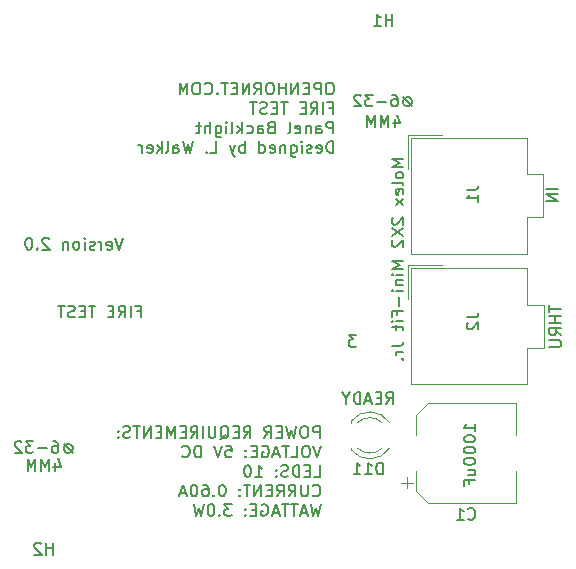
<source format=gbr>
%TF.GenerationSoftware,KiCad,Pcbnew,(5.1.6)-1*%
%TF.CreationDate,2020-12-18T20:01:58+11:00*%
%TF.ProjectId,FIRE TEST Panel PCB V2,46495245-2054-4455-9354-2050616e656c,rev?*%
%TF.SameCoordinates,Original*%
%TF.FileFunction,Legend,Bot*%
%TF.FilePolarity,Positive*%
%FSLAX46Y46*%
G04 Gerber Fmt 4.6, Leading zero omitted, Abs format (unit mm)*
G04 Created by KiCad (PCBNEW (5.1.6)-1) date 2020-12-18 20:01:58*
%MOMM*%
%LPD*%
G01*
G04 APERTURE LIST*
%ADD10C,0.150000*%
%ADD11C,0.120000*%
G04 APERTURE END LIST*
D10*
X155463500Y-111460850D02*
X155463500Y-110889421D01*
X155463500Y-111175136D02*
X154463500Y-111175136D01*
X154606358Y-111079898D01*
X154701596Y-110984660D01*
X154749215Y-110889421D01*
X154463500Y-112079898D02*
X154463500Y-112175136D01*
X154511120Y-112270374D01*
X154558739Y-112317993D01*
X154653977Y-112365612D01*
X154844453Y-112413231D01*
X155082548Y-112413231D01*
X155273024Y-112365612D01*
X155368262Y-112317993D01*
X155415881Y-112270374D01*
X155463500Y-112175136D01*
X155463500Y-112079898D01*
X155415881Y-111984660D01*
X155368262Y-111937040D01*
X155273024Y-111889421D01*
X155082548Y-111841802D01*
X154844453Y-111841802D01*
X154653977Y-111889421D01*
X154558739Y-111937040D01*
X154511120Y-111984660D01*
X154463500Y-112079898D01*
X154463500Y-113032279D02*
X154463500Y-113127517D01*
X154511120Y-113222755D01*
X154558739Y-113270374D01*
X154653977Y-113317993D01*
X154844453Y-113365612D01*
X155082548Y-113365612D01*
X155273024Y-113317993D01*
X155368262Y-113270374D01*
X155415881Y-113222755D01*
X155463500Y-113127517D01*
X155463500Y-113032279D01*
X155415881Y-112937040D01*
X155368262Y-112889421D01*
X155273024Y-112841802D01*
X155082548Y-112794183D01*
X154844453Y-112794183D01*
X154653977Y-112841802D01*
X154558739Y-112889421D01*
X154511120Y-112937040D01*
X154463500Y-113032279D01*
X154463500Y-113984660D02*
X154463500Y-114079898D01*
X154511120Y-114175136D01*
X154558739Y-114222755D01*
X154653977Y-114270374D01*
X154844453Y-114317993D01*
X155082548Y-114317993D01*
X155273024Y-114270374D01*
X155368262Y-114222755D01*
X155415881Y-114175136D01*
X155463500Y-114079898D01*
X155463500Y-113984660D01*
X155415881Y-113889421D01*
X155368262Y-113841802D01*
X155273024Y-113794183D01*
X155082548Y-113746564D01*
X154844453Y-113746564D01*
X154653977Y-113794183D01*
X154558739Y-113841802D01*
X154511120Y-113889421D01*
X154463500Y-113984660D01*
X154796834Y-115175136D02*
X155463500Y-115175136D01*
X154796834Y-114746564D02*
X155320643Y-114746564D01*
X155415881Y-114794183D01*
X155463500Y-114889421D01*
X155463500Y-115032279D01*
X155415881Y-115127517D01*
X155368262Y-115175136D01*
X154939691Y-115984660D02*
X154939691Y-115651326D01*
X155463500Y-115651326D02*
X154463500Y-115651326D01*
X154463500Y-116127517D01*
X142260004Y-112061980D02*
X142260004Y-111061980D01*
X141879052Y-111061980D01*
X141783814Y-111109600D01*
X141736195Y-111157219D01*
X141688576Y-111252457D01*
X141688576Y-111395314D01*
X141736195Y-111490552D01*
X141783814Y-111538171D01*
X141879052Y-111585790D01*
X142260004Y-111585790D01*
X141069528Y-111061980D02*
X140879052Y-111061980D01*
X140783814Y-111109600D01*
X140688576Y-111204838D01*
X140640957Y-111395314D01*
X140640957Y-111728647D01*
X140688576Y-111919123D01*
X140783814Y-112014361D01*
X140879052Y-112061980D01*
X141069528Y-112061980D01*
X141164766Y-112014361D01*
X141260004Y-111919123D01*
X141307623Y-111728647D01*
X141307623Y-111395314D01*
X141260004Y-111204838D01*
X141164766Y-111109600D01*
X141069528Y-111061980D01*
X140307623Y-111061980D02*
X140069528Y-112061980D01*
X139879052Y-111347695D01*
X139688576Y-112061980D01*
X139450480Y-111061980D01*
X139069528Y-111538171D02*
X138736195Y-111538171D01*
X138593338Y-112061980D02*
X139069528Y-112061980D01*
X139069528Y-111061980D01*
X138593338Y-111061980D01*
X137593338Y-112061980D02*
X137926671Y-111585790D01*
X138164766Y-112061980D02*
X138164766Y-111061980D01*
X137783814Y-111061980D01*
X137688576Y-111109600D01*
X137640957Y-111157219D01*
X137593338Y-111252457D01*
X137593338Y-111395314D01*
X137640957Y-111490552D01*
X137688576Y-111538171D01*
X137783814Y-111585790D01*
X138164766Y-111585790D01*
X135831433Y-112061980D02*
X136164766Y-111585790D01*
X136402861Y-112061980D02*
X136402861Y-111061980D01*
X136021909Y-111061980D01*
X135926671Y-111109600D01*
X135879052Y-111157219D01*
X135831433Y-111252457D01*
X135831433Y-111395314D01*
X135879052Y-111490552D01*
X135926671Y-111538171D01*
X136021909Y-111585790D01*
X136402861Y-111585790D01*
X135402861Y-111538171D02*
X135069528Y-111538171D01*
X134926671Y-112061980D02*
X135402861Y-112061980D01*
X135402861Y-111061980D01*
X134926671Y-111061980D01*
X133831433Y-112157219D02*
X133926671Y-112109600D01*
X134021909Y-112014361D01*
X134164766Y-111871504D01*
X134260004Y-111823885D01*
X134355242Y-111823885D01*
X134307623Y-112061980D02*
X134402861Y-112014361D01*
X134498100Y-111919123D01*
X134545719Y-111728647D01*
X134545719Y-111395314D01*
X134498100Y-111204838D01*
X134402861Y-111109600D01*
X134307623Y-111061980D01*
X134117147Y-111061980D01*
X134021909Y-111109600D01*
X133926671Y-111204838D01*
X133879052Y-111395314D01*
X133879052Y-111728647D01*
X133926671Y-111919123D01*
X134021909Y-112014361D01*
X134117147Y-112061980D01*
X134307623Y-112061980D01*
X133450480Y-111061980D02*
X133450480Y-111871504D01*
X133402861Y-111966742D01*
X133355242Y-112014361D01*
X133260004Y-112061980D01*
X133069528Y-112061980D01*
X132974290Y-112014361D01*
X132926671Y-111966742D01*
X132879052Y-111871504D01*
X132879052Y-111061980D01*
X132402861Y-112061980D02*
X132402861Y-111061980D01*
X131355242Y-112061980D02*
X131688576Y-111585790D01*
X131926671Y-112061980D02*
X131926671Y-111061980D01*
X131545719Y-111061980D01*
X131450480Y-111109600D01*
X131402861Y-111157219D01*
X131355242Y-111252457D01*
X131355242Y-111395314D01*
X131402861Y-111490552D01*
X131450480Y-111538171D01*
X131545719Y-111585790D01*
X131926671Y-111585790D01*
X130926671Y-111538171D02*
X130593338Y-111538171D01*
X130450480Y-112061980D02*
X130926671Y-112061980D01*
X130926671Y-111061980D01*
X130450480Y-111061980D01*
X130021909Y-112061980D02*
X130021909Y-111061980D01*
X129688576Y-111776266D01*
X129355242Y-111061980D01*
X129355242Y-112061980D01*
X128879052Y-111538171D02*
X128545719Y-111538171D01*
X128402861Y-112061980D02*
X128879052Y-112061980D01*
X128879052Y-111061980D01*
X128402861Y-111061980D01*
X127974290Y-112061980D02*
X127974290Y-111061980D01*
X127402861Y-112061980D01*
X127402861Y-111061980D01*
X127069528Y-111061980D02*
X126498100Y-111061980D01*
X126783814Y-112061980D02*
X126783814Y-111061980D01*
X126212385Y-112014361D02*
X126069528Y-112061980D01*
X125831433Y-112061980D01*
X125736195Y-112014361D01*
X125688576Y-111966742D01*
X125640957Y-111871504D01*
X125640957Y-111776266D01*
X125688576Y-111681028D01*
X125736195Y-111633409D01*
X125831433Y-111585790D01*
X126021909Y-111538171D01*
X126117147Y-111490552D01*
X126164766Y-111442933D01*
X126212385Y-111347695D01*
X126212385Y-111252457D01*
X126164766Y-111157219D01*
X126117147Y-111109600D01*
X126021909Y-111061980D01*
X125783814Y-111061980D01*
X125640957Y-111109600D01*
X125212385Y-111966742D02*
X125164766Y-112014361D01*
X125212385Y-112061980D01*
X125260004Y-112014361D01*
X125212385Y-111966742D01*
X125212385Y-112061980D01*
X125212385Y-111442933D02*
X125164766Y-111490552D01*
X125212385Y-111538171D01*
X125260004Y-111490552D01*
X125212385Y-111442933D01*
X125212385Y-111538171D01*
X142402861Y-112711980D02*
X142069528Y-113711980D01*
X141736195Y-112711980D01*
X141212385Y-112711980D02*
X141021909Y-112711980D01*
X140926671Y-112759600D01*
X140831433Y-112854838D01*
X140783814Y-113045314D01*
X140783814Y-113378647D01*
X140831433Y-113569123D01*
X140926671Y-113664361D01*
X141021909Y-113711980D01*
X141212385Y-113711980D01*
X141307623Y-113664361D01*
X141402861Y-113569123D01*
X141450480Y-113378647D01*
X141450480Y-113045314D01*
X141402861Y-112854838D01*
X141307623Y-112759600D01*
X141212385Y-112711980D01*
X139879052Y-113711980D02*
X140355242Y-113711980D01*
X140355242Y-112711980D01*
X139688576Y-112711980D02*
X139117147Y-112711980D01*
X139402861Y-113711980D02*
X139402861Y-112711980D01*
X138831433Y-113426266D02*
X138355242Y-113426266D01*
X138926671Y-113711980D02*
X138593338Y-112711980D01*
X138260004Y-113711980D01*
X137402861Y-112759600D02*
X137498100Y-112711980D01*
X137640957Y-112711980D01*
X137783814Y-112759600D01*
X137879052Y-112854838D01*
X137926671Y-112950076D01*
X137974290Y-113140552D01*
X137974290Y-113283409D01*
X137926671Y-113473885D01*
X137879052Y-113569123D01*
X137783814Y-113664361D01*
X137640957Y-113711980D01*
X137545719Y-113711980D01*
X137402861Y-113664361D01*
X137355242Y-113616742D01*
X137355242Y-113283409D01*
X137545719Y-113283409D01*
X136926671Y-113188171D02*
X136593338Y-113188171D01*
X136450480Y-113711980D02*
X136926671Y-113711980D01*
X136926671Y-112711980D01*
X136450480Y-112711980D01*
X136021909Y-113616742D02*
X135974290Y-113664361D01*
X136021909Y-113711980D01*
X136069528Y-113664361D01*
X136021909Y-113616742D01*
X136021909Y-113711980D01*
X136021909Y-113092933D02*
X135974290Y-113140552D01*
X136021909Y-113188171D01*
X136069528Y-113140552D01*
X136021909Y-113092933D01*
X136021909Y-113188171D01*
X134307623Y-112711980D02*
X134783814Y-112711980D01*
X134831433Y-113188171D01*
X134783814Y-113140552D01*
X134688576Y-113092933D01*
X134450480Y-113092933D01*
X134355242Y-113140552D01*
X134307623Y-113188171D01*
X134260004Y-113283409D01*
X134260004Y-113521504D01*
X134307623Y-113616742D01*
X134355242Y-113664361D01*
X134450480Y-113711980D01*
X134688576Y-113711980D01*
X134783814Y-113664361D01*
X134831433Y-113616742D01*
X133974290Y-112711980D02*
X133640957Y-113711980D01*
X133307623Y-112711980D01*
X132212385Y-113711980D02*
X132212385Y-112711980D01*
X131974290Y-112711980D01*
X131831433Y-112759600D01*
X131736195Y-112854838D01*
X131688576Y-112950076D01*
X131640957Y-113140552D01*
X131640957Y-113283409D01*
X131688576Y-113473885D01*
X131736195Y-113569123D01*
X131831433Y-113664361D01*
X131974290Y-113711980D01*
X132212385Y-113711980D01*
X130640957Y-113616742D02*
X130688576Y-113664361D01*
X130831433Y-113711980D01*
X130926671Y-113711980D01*
X131069528Y-113664361D01*
X131164766Y-113569123D01*
X131212385Y-113473885D01*
X131260004Y-113283409D01*
X131260004Y-113140552D01*
X131212385Y-112950076D01*
X131164766Y-112854838D01*
X131069528Y-112759600D01*
X130926671Y-112711980D01*
X130831433Y-112711980D01*
X130688576Y-112759600D01*
X130640957Y-112807219D01*
X141783814Y-115361980D02*
X142260004Y-115361980D01*
X142260004Y-114361980D01*
X141450480Y-114838171D02*
X141117147Y-114838171D01*
X140974290Y-115361980D02*
X141450480Y-115361980D01*
X141450480Y-114361980D01*
X140974290Y-114361980D01*
X140545719Y-115361980D02*
X140545719Y-114361980D01*
X140307623Y-114361980D01*
X140164766Y-114409600D01*
X140069528Y-114504838D01*
X140021909Y-114600076D01*
X139974290Y-114790552D01*
X139974290Y-114933409D01*
X140021909Y-115123885D01*
X140069528Y-115219123D01*
X140164766Y-115314361D01*
X140307623Y-115361980D01*
X140545719Y-115361980D01*
X139593338Y-115314361D02*
X139450480Y-115361980D01*
X139212385Y-115361980D01*
X139117147Y-115314361D01*
X139069528Y-115266742D01*
X139021909Y-115171504D01*
X139021909Y-115076266D01*
X139069528Y-114981028D01*
X139117147Y-114933409D01*
X139212385Y-114885790D01*
X139402861Y-114838171D01*
X139498100Y-114790552D01*
X139545719Y-114742933D01*
X139593338Y-114647695D01*
X139593338Y-114552457D01*
X139545719Y-114457219D01*
X139498100Y-114409600D01*
X139402861Y-114361980D01*
X139164766Y-114361980D01*
X139021909Y-114409600D01*
X138593338Y-115266742D02*
X138545719Y-115314361D01*
X138593338Y-115361980D01*
X138640957Y-115314361D01*
X138593338Y-115266742D01*
X138593338Y-115361980D01*
X138593338Y-114742933D02*
X138545719Y-114790552D01*
X138593338Y-114838171D01*
X138640957Y-114790552D01*
X138593338Y-114742933D01*
X138593338Y-114838171D01*
X136831433Y-115361980D02*
X137402861Y-115361980D01*
X137117147Y-115361980D02*
X137117147Y-114361980D01*
X137212385Y-114504838D01*
X137307623Y-114600076D01*
X137402861Y-114647695D01*
X136212385Y-114361980D02*
X136117147Y-114361980D01*
X136021909Y-114409600D01*
X135974290Y-114457219D01*
X135926671Y-114552457D01*
X135879052Y-114742933D01*
X135879052Y-114981028D01*
X135926671Y-115171504D01*
X135974290Y-115266742D01*
X136021909Y-115314361D01*
X136117147Y-115361980D01*
X136212385Y-115361980D01*
X136307623Y-115314361D01*
X136355242Y-115266742D01*
X136402861Y-115171504D01*
X136450480Y-114981028D01*
X136450480Y-114742933D01*
X136402861Y-114552457D01*
X136355242Y-114457219D01*
X136307623Y-114409600D01*
X136212385Y-114361980D01*
X141688576Y-116916742D02*
X141736195Y-116964361D01*
X141879052Y-117011980D01*
X141974290Y-117011980D01*
X142117147Y-116964361D01*
X142212385Y-116869123D01*
X142260004Y-116773885D01*
X142307623Y-116583409D01*
X142307623Y-116440552D01*
X142260004Y-116250076D01*
X142212385Y-116154838D01*
X142117147Y-116059600D01*
X141974290Y-116011980D01*
X141879052Y-116011980D01*
X141736195Y-116059600D01*
X141688576Y-116107219D01*
X141260004Y-116011980D02*
X141260004Y-116821504D01*
X141212385Y-116916742D01*
X141164766Y-116964361D01*
X141069528Y-117011980D01*
X140879052Y-117011980D01*
X140783814Y-116964361D01*
X140736195Y-116916742D01*
X140688576Y-116821504D01*
X140688576Y-116011980D01*
X139640957Y-117011980D02*
X139974290Y-116535790D01*
X140212385Y-117011980D02*
X140212385Y-116011980D01*
X139831433Y-116011980D01*
X139736195Y-116059600D01*
X139688576Y-116107219D01*
X139640957Y-116202457D01*
X139640957Y-116345314D01*
X139688576Y-116440552D01*
X139736195Y-116488171D01*
X139831433Y-116535790D01*
X140212385Y-116535790D01*
X138640957Y-117011980D02*
X138974290Y-116535790D01*
X139212385Y-117011980D02*
X139212385Y-116011980D01*
X138831433Y-116011980D01*
X138736195Y-116059600D01*
X138688576Y-116107219D01*
X138640957Y-116202457D01*
X138640957Y-116345314D01*
X138688576Y-116440552D01*
X138736195Y-116488171D01*
X138831433Y-116535790D01*
X139212385Y-116535790D01*
X138212385Y-116488171D02*
X137879052Y-116488171D01*
X137736195Y-117011980D02*
X138212385Y-117011980D01*
X138212385Y-116011980D01*
X137736195Y-116011980D01*
X137307623Y-117011980D02*
X137307623Y-116011980D01*
X136736195Y-117011980D01*
X136736195Y-116011980D01*
X136402861Y-116011980D02*
X135831433Y-116011980D01*
X136117147Y-117011980D02*
X136117147Y-116011980D01*
X135498100Y-116916742D02*
X135450480Y-116964361D01*
X135498100Y-117011980D01*
X135545719Y-116964361D01*
X135498100Y-116916742D01*
X135498100Y-117011980D01*
X135498100Y-116392933D02*
X135450480Y-116440552D01*
X135498100Y-116488171D01*
X135545719Y-116440552D01*
X135498100Y-116392933D01*
X135498100Y-116488171D01*
X134069528Y-116011980D02*
X133974290Y-116011980D01*
X133879052Y-116059600D01*
X133831433Y-116107219D01*
X133783814Y-116202457D01*
X133736195Y-116392933D01*
X133736195Y-116631028D01*
X133783814Y-116821504D01*
X133831433Y-116916742D01*
X133879052Y-116964361D01*
X133974290Y-117011980D01*
X134069528Y-117011980D01*
X134164766Y-116964361D01*
X134212385Y-116916742D01*
X134260004Y-116821504D01*
X134307623Y-116631028D01*
X134307623Y-116392933D01*
X134260004Y-116202457D01*
X134212385Y-116107219D01*
X134164766Y-116059600D01*
X134069528Y-116011980D01*
X133307623Y-116916742D02*
X133260004Y-116964361D01*
X133307623Y-117011980D01*
X133355242Y-116964361D01*
X133307623Y-116916742D01*
X133307623Y-117011980D01*
X132402861Y-116011980D02*
X132593338Y-116011980D01*
X132688576Y-116059600D01*
X132736195Y-116107219D01*
X132831433Y-116250076D01*
X132879052Y-116440552D01*
X132879052Y-116821504D01*
X132831433Y-116916742D01*
X132783814Y-116964361D01*
X132688576Y-117011980D01*
X132498100Y-117011980D01*
X132402861Y-116964361D01*
X132355242Y-116916742D01*
X132307623Y-116821504D01*
X132307623Y-116583409D01*
X132355242Y-116488171D01*
X132402861Y-116440552D01*
X132498100Y-116392933D01*
X132688576Y-116392933D01*
X132783814Y-116440552D01*
X132831433Y-116488171D01*
X132879052Y-116583409D01*
X131688576Y-116011980D02*
X131593338Y-116011980D01*
X131498100Y-116059600D01*
X131450480Y-116107219D01*
X131402861Y-116202457D01*
X131355242Y-116392933D01*
X131355242Y-116631028D01*
X131402861Y-116821504D01*
X131450480Y-116916742D01*
X131498100Y-116964361D01*
X131593338Y-117011980D01*
X131688576Y-117011980D01*
X131783814Y-116964361D01*
X131831433Y-116916742D01*
X131879052Y-116821504D01*
X131926671Y-116631028D01*
X131926671Y-116392933D01*
X131879052Y-116202457D01*
X131831433Y-116107219D01*
X131783814Y-116059600D01*
X131688576Y-116011980D01*
X130974290Y-116726266D02*
X130498100Y-116726266D01*
X131069528Y-117011980D02*
X130736195Y-116011980D01*
X130402861Y-117011980D01*
X142355242Y-117661980D02*
X142117147Y-118661980D01*
X141926671Y-117947695D01*
X141736195Y-118661980D01*
X141498100Y-117661980D01*
X141164766Y-118376266D02*
X140688576Y-118376266D01*
X141260004Y-118661980D02*
X140926671Y-117661980D01*
X140593338Y-118661980D01*
X140402861Y-117661980D02*
X139831433Y-117661980D01*
X140117147Y-118661980D02*
X140117147Y-117661980D01*
X139640957Y-117661980D02*
X139069528Y-117661980D01*
X139355242Y-118661980D02*
X139355242Y-117661980D01*
X138783814Y-118376266D02*
X138307623Y-118376266D01*
X138879052Y-118661980D02*
X138545719Y-117661980D01*
X138212385Y-118661980D01*
X137355242Y-117709600D02*
X137450480Y-117661980D01*
X137593338Y-117661980D01*
X137736195Y-117709600D01*
X137831433Y-117804838D01*
X137879052Y-117900076D01*
X137926671Y-118090552D01*
X137926671Y-118233409D01*
X137879052Y-118423885D01*
X137831433Y-118519123D01*
X137736195Y-118614361D01*
X137593338Y-118661980D01*
X137498100Y-118661980D01*
X137355242Y-118614361D01*
X137307623Y-118566742D01*
X137307623Y-118233409D01*
X137498100Y-118233409D01*
X136879052Y-118138171D02*
X136545719Y-118138171D01*
X136402861Y-118661980D02*
X136879052Y-118661980D01*
X136879052Y-117661980D01*
X136402861Y-117661980D01*
X135974290Y-118566742D02*
X135926671Y-118614361D01*
X135974290Y-118661980D01*
X136021909Y-118614361D01*
X135974290Y-118566742D01*
X135974290Y-118661980D01*
X135974290Y-118042933D02*
X135926671Y-118090552D01*
X135974290Y-118138171D01*
X136021909Y-118090552D01*
X135974290Y-118042933D01*
X135974290Y-118138171D01*
X134831433Y-117661980D02*
X134212385Y-117661980D01*
X134545719Y-118042933D01*
X134402861Y-118042933D01*
X134307623Y-118090552D01*
X134260004Y-118138171D01*
X134212385Y-118233409D01*
X134212385Y-118471504D01*
X134260004Y-118566742D01*
X134307623Y-118614361D01*
X134402861Y-118661980D01*
X134688576Y-118661980D01*
X134783814Y-118614361D01*
X134831433Y-118566742D01*
X133783814Y-118566742D02*
X133736195Y-118614361D01*
X133783814Y-118661980D01*
X133831433Y-118614361D01*
X133783814Y-118566742D01*
X133783814Y-118661980D01*
X133117147Y-117661980D02*
X133021909Y-117661980D01*
X132926671Y-117709600D01*
X132879052Y-117757219D01*
X132831433Y-117852457D01*
X132783814Y-118042933D01*
X132783814Y-118281028D01*
X132831433Y-118471504D01*
X132879052Y-118566742D01*
X132926671Y-118614361D01*
X133021909Y-118661980D01*
X133117147Y-118661980D01*
X133212385Y-118614361D01*
X133260004Y-118566742D01*
X133307623Y-118471504D01*
X133355242Y-118281028D01*
X133355242Y-118042933D01*
X133307623Y-117852457D01*
X133260004Y-117757219D01*
X133212385Y-117709600D01*
X133117147Y-117661980D01*
X132450480Y-117661980D02*
X132212385Y-118661980D01*
X132021909Y-117947695D01*
X131831433Y-118661980D01*
X131593338Y-117661980D01*
X147910680Y-109189780D02*
X148244013Y-108713590D01*
X148482108Y-109189780D02*
X148482108Y-108189780D01*
X148101156Y-108189780D01*
X148005918Y-108237400D01*
X147958299Y-108285019D01*
X147910680Y-108380257D01*
X147910680Y-108523114D01*
X147958299Y-108618352D01*
X148005918Y-108665971D01*
X148101156Y-108713590D01*
X148482108Y-108713590D01*
X147482108Y-108665971D02*
X147148775Y-108665971D01*
X147005918Y-109189780D02*
X147482108Y-109189780D01*
X147482108Y-108189780D01*
X147005918Y-108189780D01*
X146624965Y-108904066D02*
X146148775Y-108904066D01*
X146720203Y-109189780D02*
X146386870Y-108189780D01*
X146053537Y-109189780D01*
X145720203Y-109189780D02*
X145720203Y-108189780D01*
X145482108Y-108189780D01*
X145339251Y-108237400D01*
X145244013Y-108332638D01*
X145196394Y-108427876D01*
X145148775Y-108618352D01*
X145148775Y-108761209D01*
X145196394Y-108951685D01*
X145244013Y-109046923D01*
X145339251Y-109142161D01*
X145482108Y-109189780D01*
X145720203Y-109189780D01*
X144529727Y-108713590D02*
X144529727Y-109189780D01*
X144863060Y-108189780D02*
X144529727Y-108713590D01*
X144196394Y-108189780D01*
X145367333Y-103338380D02*
X144748285Y-103338380D01*
X145081619Y-103719333D01*
X144938761Y-103719333D01*
X144843523Y-103766952D01*
X144795904Y-103814571D01*
X144748285Y-103909809D01*
X144748285Y-104147904D01*
X144795904Y-104243142D01*
X144843523Y-104290761D01*
X144938761Y-104338380D01*
X145224476Y-104338380D01*
X145319714Y-104290761D01*
X145367333Y-104243142D01*
X161732980Y-100836006D02*
X161732980Y-101407435D01*
X162732980Y-101121720D02*
X161732980Y-101121720D01*
X162732980Y-101740768D02*
X161732980Y-101740768D01*
X162209171Y-101740768D02*
X162209171Y-102312197D01*
X162732980Y-102312197D02*
X161732980Y-102312197D01*
X162732980Y-103359816D02*
X162256790Y-103026482D01*
X162732980Y-102788387D02*
X161732980Y-102788387D01*
X161732980Y-103169340D01*
X161780600Y-103264578D01*
X161828219Y-103312197D01*
X161923457Y-103359816D01*
X162066314Y-103359816D01*
X162161552Y-103312197D01*
X162209171Y-103264578D01*
X162256790Y-103169340D01*
X162256790Y-102788387D01*
X161732980Y-103788387D02*
X162542504Y-103788387D01*
X162637742Y-103836006D01*
X162685361Y-103883625D01*
X162732980Y-103978863D01*
X162732980Y-104169340D01*
X162685361Y-104264578D01*
X162637742Y-104312197D01*
X162542504Y-104359816D01*
X161732980Y-104359816D01*
X162456120Y-90956830D02*
X161456120Y-90956830D01*
X162456120Y-91433020D02*
X161456120Y-91433020D01*
X162456120Y-92004449D01*
X161456120Y-92004449D01*
X149362420Y-88463859D02*
X148362420Y-88463859D01*
X149076706Y-88797192D01*
X148362420Y-89130525D01*
X149362420Y-89130525D01*
X149362420Y-89749573D02*
X149314801Y-89654335D01*
X149267182Y-89606716D01*
X149171944Y-89559097D01*
X148886230Y-89559097D01*
X148790992Y-89606716D01*
X148743373Y-89654335D01*
X148695754Y-89749573D01*
X148695754Y-89892430D01*
X148743373Y-89987668D01*
X148790992Y-90035287D01*
X148886230Y-90082906D01*
X149171944Y-90082906D01*
X149267182Y-90035287D01*
X149314801Y-89987668D01*
X149362420Y-89892430D01*
X149362420Y-89749573D01*
X149362420Y-90654335D02*
X149314801Y-90559097D01*
X149219563Y-90511478D01*
X148362420Y-90511478D01*
X149314801Y-91416240D02*
X149362420Y-91321001D01*
X149362420Y-91130525D01*
X149314801Y-91035287D01*
X149219563Y-90987668D01*
X148838611Y-90987668D01*
X148743373Y-91035287D01*
X148695754Y-91130525D01*
X148695754Y-91321001D01*
X148743373Y-91416240D01*
X148838611Y-91463859D01*
X148933849Y-91463859D01*
X149029087Y-90987668D01*
X149362420Y-91797192D02*
X148695754Y-92321001D01*
X148695754Y-91797192D02*
X149362420Y-92321001D01*
X148457659Y-93416239D02*
X148410040Y-93463859D01*
X148362420Y-93559097D01*
X148362420Y-93797192D01*
X148410040Y-93892430D01*
X148457659Y-93940049D01*
X148552897Y-93987668D01*
X148648135Y-93987668D01*
X148790992Y-93940049D01*
X149362420Y-93368620D01*
X149362420Y-93987668D01*
X148362420Y-94321001D02*
X149362420Y-94987668D01*
X148362420Y-94987668D02*
X149362420Y-94321001D01*
X148457659Y-95321001D02*
X148410040Y-95368620D01*
X148362420Y-95463859D01*
X148362420Y-95701954D01*
X148410040Y-95797192D01*
X148457659Y-95844811D01*
X148552897Y-95892430D01*
X148648135Y-95892430D01*
X148790992Y-95844811D01*
X149362420Y-95273382D01*
X149362420Y-95892430D01*
X149362420Y-97082906D02*
X148362420Y-97082906D01*
X149076706Y-97416239D01*
X148362420Y-97749573D01*
X149362420Y-97749573D01*
X149362420Y-98225763D02*
X148695754Y-98225763D01*
X148362420Y-98225763D02*
X148410040Y-98178144D01*
X148457659Y-98225763D01*
X148410040Y-98273382D01*
X148362420Y-98225763D01*
X148457659Y-98225763D01*
X148695754Y-98701954D02*
X149362420Y-98701954D01*
X148790992Y-98701954D02*
X148743373Y-98749573D01*
X148695754Y-98844811D01*
X148695754Y-98987668D01*
X148743373Y-99082906D01*
X148838611Y-99130525D01*
X149362420Y-99130525D01*
X149362420Y-99606716D02*
X148695754Y-99606716D01*
X148362420Y-99606716D02*
X148410040Y-99559097D01*
X148457659Y-99606716D01*
X148410040Y-99654335D01*
X148362420Y-99606716D01*
X148457659Y-99606716D01*
X148981468Y-100082906D02*
X148981468Y-100844811D01*
X148838611Y-101654335D02*
X148838611Y-101321001D01*
X149362420Y-101321001D02*
X148362420Y-101321001D01*
X148362420Y-101797192D01*
X149362420Y-102178144D02*
X148695754Y-102178144D01*
X148362420Y-102178144D02*
X148410040Y-102130525D01*
X148457659Y-102178144D01*
X148410040Y-102225763D01*
X148362420Y-102178144D01*
X148457659Y-102178144D01*
X148695754Y-102511478D02*
X148695754Y-102892430D01*
X148362420Y-102654335D02*
X149219563Y-102654335D01*
X149314801Y-102701954D01*
X149362420Y-102797192D01*
X149362420Y-102892430D01*
X148362420Y-104273382D02*
X149076706Y-104273382D01*
X149219563Y-104225763D01*
X149314801Y-104130525D01*
X149362420Y-103987668D01*
X149362420Y-103892430D01*
X149362420Y-104749573D02*
X148695754Y-104749573D01*
X148886230Y-104749573D02*
X148790992Y-104797192D01*
X148743373Y-104844811D01*
X148695754Y-104940049D01*
X148695754Y-105035287D01*
X149267182Y-105368620D02*
X149314801Y-105416239D01*
X149362420Y-105368620D01*
X149314801Y-105321001D01*
X149267182Y-105368620D01*
X149362420Y-105368620D01*
X126817047Y-101325371D02*
X127150380Y-101325371D01*
X127150380Y-101849180D02*
X127150380Y-100849180D01*
X126674190Y-100849180D01*
X126293238Y-101849180D02*
X126293238Y-100849180D01*
X125245619Y-101849180D02*
X125578952Y-101372990D01*
X125817047Y-101849180D02*
X125817047Y-100849180D01*
X125436095Y-100849180D01*
X125340857Y-100896800D01*
X125293238Y-100944419D01*
X125245619Y-101039657D01*
X125245619Y-101182514D01*
X125293238Y-101277752D01*
X125340857Y-101325371D01*
X125436095Y-101372990D01*
X125817047Y-101372990D01*
X124817047Y-101325371D02*
X124483714Y-101325371D01*
X124340857Y-101849180D02*
X124817047Y-101849180D01*
X124817047Y-100849180D01*
X124340857Y-100849180D01*
X123293238Y-100849180D02*
X122721809Y-100849180D01*
X123007523Y-101849180D02*
X123007523Y-100849180D01*
X122388476Y-101325371D02*
X122055142Y-101325371D01*
X121912285Y-101849180D02*
X122388476Y-101849180D01*
X122388476Y-100849180D01*
X121912285Y-100849180D01*
X121531333Y-101801561D02*
X121388476Y-101849180D01*
X121150380Y-101849180D01*
X121055142Y-101801561D01*
X121007523Y-101753942D01*
X120959904Y-101658704D01*
X120959904Y-101563466D01*
X121007523Y-101468228D01*
X121055142Y-101420609D01*
X121150380Y-101372990D01*
X121340857Y-101325371D01*
X121436095Y-101277752D01*
X121483714Y-101230133D01*
X121531333Y-101134895D01*
X121531333Y-101039657D01*
X121483714Y-100944419D01*
X121436095Y-100896800D01*
X121340857Y-100849180D01*
X121102761Y-100849180D01*
X120959904Y-100896800D01*
X120674190Y-100849180D02*
X120102761Y-100849180D01*
X120388476Y-101849180D02*
X120388476Y-100849180D01*
X125653276Y-95108780D02*
X125319942Y-96108780D01*
X124986609Y-95108780D01*
X124272323Y-96061161D02*
X124367561Y-96108780D01*
X124558038Y-96108780D01*
X124653276Y-96061161D01*
X124700895Y-95965923D01*
X124700895Y-95584971D01*
X124653276Y-95489733D01*
X124558038Y-95442114D01*
X124367561Y-95442114D01*
X124272323Y-95489733D01*
X124224704Y-95584971D01*
X124224704Y-95680209D01*
X124700895Y-95775447D01*
X123796133Y-96108780D02*
X123796133Y-95442114D01*
X123796133Y-95632590D02*
X123748514Y-95537352D01*
X123700895Y-95489733D01*
X123605657Y-95442114D01*
X123510419Y-95442114D01*
X123224704Y-96061161D02*
X123129466Y-96108780D01*
X122938990Y-96108780D01*
X122843752Y-96061161D01*
X122796133Y-95965923D01*
X122796133Y-95918304D01*
X122843752Y-95823066D01*
X122938990Y-95775447D01*
X123081847Y-95775447D01*
X123177085Y-95727828D01*
X123224704Y-95632590D01*
X123224704Y-95584971D01*
X123177085Y-95489733D01*
X123081847Y-95442114D01*
X122938990Y-95442114D01*
X122843752Y-95489733D01*
X122367561Y-96108780D02*
X122367561Y-95442114D01*
X122367561Y-95108780D02*
X122415180Y-95156400D01*
X122367561Y-95204019D01*
X122319942Y-95156400D01*
X122367561Y-95108780D01*
X122367561Y-95204019D01*
X121748514Y-96108780D02*
X121843752Y-96061161D01*
X121891371Y-96013542D01*
X121938990Y-95918304D01*
X121938990Y-95632590D01*
X121891371Y-95537352D01*
X121843752Y-95489733D01*
X121748514Y-95442114D01*
X121605657Y-95442114D01*
X121510419Y-95489733D01*
X121462800Y-95537352D01*
X121415180Y-95632590D01*
X121415180Y-95918304D01*
X121462800Y-96013542D01*
X121510419Y-96061161D01*
X121605657Y-96108780D01*
X121748514Y-96108780D01*
X120986609Y-95442114D02*
X120986609Y-96108780D01*
X120986609Y-95537352D02*
X120938990Y-95489733D01*
X120843752Y-95442114D01*
X120700895Y-95442114D01*
X120605657Y-95489733D01*
X120558038Y-95584971D01*
X120558038Y-96108780D01*
X119367561Y-95204019D02*
X119319942Y-95156400D01*
X119224704Y-95108780D01*
X118986609Y-95108780D01*
X118891371Y-95156400D01*
X118843752Y-95204019D01*
X118796133Y-95299257D01*
X118796133Y-95394495D01*
X118843752Y-95537352D01*
X119415180Y-96108780D01*
X118796133Y-96108780D01*
X118367561Y-96013542D02*
X118319942Y-96061161D01*
X118367561Y-96108780D01*
X118415180Y-96061161D01*
X118367561Y-96013542D01*
X118367561Y-96108780D01*
X117700895Y-95108780D02*
X117605657Y-95108780D01*
X117510419Y-95156400D01*
X117462800Y-95204019D01*
X117415180Y-95299257D01*
X117367561Y-95489733D01*
X117367561Y-95727828D01*
X117415180Y-95918304D01*
X117462800Y-96013542D01*
X117510419Y-96061161D01*
X117605657Y-96108780D01*
X117700895Y-96108780D01*
X117796133Y-96061161D01*
X117843752Y-96013542D01*
X117891371Y-95918304D01*
X117938990Y-95727828D01*
X117938990Y-95489733D01*
X117891371Y-95299257D01*
X117843752Y-95204019D01*
X117796133Y-95156400D01*
X117700895Y-95108780D01*
X143217608Y-81973400D02*
X143027132Y-81973400D01*
X142931894Y-82021020D01*
X142836656Y-82116258D01*
X142789037Y-82306734D01*
X142789037Y-82640067D01*
X142836656Y-82830543D01*
X142931894Y-82925781D01*
X143027132Y-82973400D01*
X143217608Y-82973400D01*
X143312846Y-82925781D01*
X143408084Y-82830543D01*
X143455703Y-82640067D01*
X143455703Y-82306734D01*
X143408084Y-82116258D01*
X143312846Y-82021020D01*
X143217608Y-81973400D01*
X142360465Y-82973400D02*
X142360465Y-81973400D01*
X141979513Y-81973400D01*
X141884275Y-82021020D01*
X141836656Y-82068639D01*
X141789037Y-82163877D01*
X141789037Y-82306734D01*
X141836656Y-82401972D01*
X141884275Y-82449591D01*
X141979513Y-82497210D01*
X142360465Y-82497210D01*
X141360465Y-82449591D02*
X141027132Y-82449591D01*
X140884275Y-82973400D02*
X141360465Y-82973400D01*
X141360465Y-81973400D01*
X140884275Y-81973400D01*
X140455703Y-82973400D02*
X140455703Y-81973400D01*
X139884275Y-82973400D01*
X139884275Y-81973400D01*
X139408084Y-82973400D02*
X139408084Y-81973400D01*
X139408084Y-82449591D02*
X138836656Y-82449591D01*
X138836656Y-82973400D02*
X138836656Y-81973400D01*
X138169989Y-81973400D02*
X137979513Y-81973400D01*
X137884275Y-82021020D01*
X137789037Y-82116258D01*
X137741418Y-82306734D01*
X137741418Y-82640067D01*
X137789037Y-82830543D01*
X137884275Y-82925781D01*
X137979513Y-82973400D01*
X138169989Y-82973400D01*
X138265227Y-82925781D01*
X138360465Y-82830543D01*
X138408084Y-82640067D01*
X138408084Y-82306734D01*
X138360465Y-82116258D01*
X138265227Y-82021020D01*
X138169989Y-81973400D01*
X136741418Y-82973400D02*
X137074751Y-82497210D01*
X137312846Y-82973400D02*
X137312846Y-81973400D01*
X136931894Y-81973400D01*
X136836656Y-82021020D01*
X136789037Y-82068639D01*
X136741418Y-82163877D01*
X136741418Y-82306734D01*
X136789037Y-82401972D01*
X136836656Y-82449591D01*
X136931894Y-82497210D01*
X137312846Y-82497210D01*
X136312846Y-82973400D02*
X136312846Y-81973400D01*
X135741418Y-82973400D01*
X135741418Y-81973400D01*
X135265227Y-82449591D02*
X134931894Y-82449591D01*
X134789037Y-82973400D02*
X135265227Y-82973400D01*
X135265227Y-81973400D01*
X134789037Y-81973400D01*
X134503322Y-81973400D02*
X133931894Y-81973400D01*
X134217608Y-82973400D02*
X134217608Y-81973400D01*
X133598560Y-82878162D02*
X133550941Y-82925781D01*
X133598560Y-82973400D01*
X133646180Y-82925781D01*
X133598560Y-82878162D01*
X133598560Y-82973400D01*
X132550941Y-82878162D02*
X132598560Y-82925781D01*
X132741418Y-82973400D01*
X132836656Y-82973400D01*
X132979513Y-82925781D01*
X133074751Y-82830543D01*
X133122370Y-82735305D01*
X133169989Y-82544829D01*
X133169989Y-82401972D01*
X133122370Y-82211496D01*
X133074751Y-82116258D01*
X132979513Y-82021020D01*
X132836656Y-81973400D01*
X132741418Y-81973400D01*
X132598560Y-82021020D01*
X132550941Y-82068639D01*
X131931894Y-81973400D02*
X131741418Y-81973400D01*
X131646180Y-82021020D01*
X131550941Y-82116258D01*
X131503322Y-82306734D01*
X131503322Y-82640067D01*
X131550941Y-82830543D01*
X131646180Y-82925781D01*
X131741418Y-82973400D01*
X131931894Y-82973400D01*
X132027132Y-82925781D01*
X132122370Y-82830543D01*
X132169989Y-82640067D01*
X132169989Y-82306734D01*
X132122370Y-82116258D01*
X132027132Y-82021020D01*
X131931894Y-81973400D01*
X131074751Y-82973400D02*
X131074751Y-81973400D01*
X130741418Y-82687686D01*
X130408084Y-81973400D01*
X130408084Y-82973400D01*
X143074751Y-84099591D02*
X143408084Y-84099591D01*
X143408084Y-84623400D02*
X143408084Y-83623400D01*
X142931894Y-83623400D01*
X142550941Y-84623400D02*
X142550941Y-83623400D01*
X141503322Y-84623400D02*
X141836656Y-84147210D01*
X142074751Y-84623400D02*
X142074751Y-83623400D01*
X141693799Y-83623400D01*
X141598560Y-83671020D01*
X141550941Y-83718639D01*
X141503322Y-83813877D01*
X141503322Y-83956734D01*
X141550941Y-84051972D01*
X141598560Y-84099591D01*
X141693799Y-84147210D01*
X142074751Y-84147210D01*
X141074751Y-84099591D02*
X140741418Y-84099591D01*
X140598560Y-84623400D02*
X141074751Y-84623400D01*
X141074751Y-83623400D01*
X140598560Y-83623400D01*
X139550941Y-83623400D02*
X138979513Y-83623400D01*
X139265227Y-84623400D02*
X139265227Y-83623400D01*
X138646180Y-84099591D02*
X138312846Y-84099591D01*
X138169989Y-84623400D02*
X138646180Y-84623400D01*
X138646180Y-83623400D01*
X138169989Y-83623400D01*
X137789037Y-84575781D02*
X137646180Y-84623400D01*
X137408084Y-84623400D01*
X137312846Y-84575781D01*
X137265227Y-84528162D01*
X137217608Y-84432924D01*
X137217608Y-84337686D01*
X137265227Y-84242448D01*
X137312846Y-84194829D01*
X137408084Y-84147210D01*
X137598560Y-84099591D01*
X137693799Y-84051972D01*
X137741418Y-84004353D01*
X137789037Y-83909115D01*
X137789037Y-83813877D01*
X137741418Y-83718639D01*
X137693799Y-83671020D01*
X137598560Y-83623400D01*
X137360465Y-83623400D01*
X137217608Y-83671020D01*
X136931894Y-83623400D02*
X136360465Y-83623400D01*
X136646180Y-84623400D02*
X136646180Y-83623400D01*
X143408084Y-86273400D02*
X143408084Y-85273400D01*
X143027132Y-85273400D01*
X142931894Y-85321020D01*
X142884275Y-85368639D01*
X142836656Y-85463877D01*
X142836656Y-85606734D01*
X142884275Y-85701972D01*
X142931894Y-85749591D01*
X143027132Y-85797210D01*
X143408084Y-85797210D01*
X141979513Y-86273400D02*
X141979513Y-85749591D01*
X142027132Y-85654353D01*
X142122370Y-85606734D01*
X142312846Y-85606734D01*
X142408084Y-85654353D01*
X141979513Y-86225781D02*
X142074751Y-86273400D01*
X142312846Y-86273400D01*
X142408084Y-86225781D01*
X142455703Y-86130543D01*
X142455703Y-86035305D01*
X142408084Y-85940067D01*
X142312846Y-85892448D01*
X142074751Y-85892448D01*
X141979513Y-85844829D01*
X141503322Y-85606734D02*
X141503322Y-86273400D01*
X141503322Y-85701972D02*
X141455703Y-85654353D01*
X141360465Y-85606734D01*
X141217608Y-85606734D01*
X141122370Y-85654353D01*
X141074751Y-85749591D01*
X141074751Y-86273400D01*
X140217608Y-86225781D02*
X140312846Y-86273400D01*
X140503322Y-86273400D01*
X140598560Y-86225781D01*
X140646180Y-86130543D01*
X140646180Y-85749591D01*
X140598560Y-85654353D01*
X140503322Y-85606734D01*
X140312846Y-85606734D01*
X140217608Y-85654353D01*
X140169989Y-85749591D01*
X140169989Y-85844829D01*
X140646180Y-85940067D01*
X139598560Y-86273400D02*
X139693799Y-86225781D01*
X139741418Y-86130543D01*
X139741418Y-85273400D01*
X138122370Y-85749591D02*
X137979513Y-85797210D01*
X137931894Y-85844829D01*
X137884275Y-85940067D01*
X137884275Y-86082924D01*
X137931894Y-86178162D01*
X137979513Y-86225781D01*
X138074751Y-86273400D01*
X138455703Y-86273400D01*
X138455703Y-85273400D01*
X138122370Y-85273400D01*
X138027132Y-85321020D01*
X137979513Y-85368639D01*
X137931894Y-85463877D01*
X137931894Y-85559115D01*
X137979513Y-85654353D01*
X138027132Y-85701972D01*
X138122370Y-85749591D01*
X138455703Y-85749591D01*
X137027132Y-86273400D02*
X137027132Y-85749591D01*
X137074751Y-85654353D01*
X137169989Y-85606734D01*
X137360465Y-85606734D01*
X137455703Y-85654353D01*
X137027132Y-86225781D02*
X137122370Y-86273400D01*
X137360465Y-86273400D01*
X137455703Y-86225781D01*
X137503322Y-86130543D01*
X137503322Y-86035305D01*
X137455703Y-85940067D01*
X137360465Y-85892448D01*
X137122370Y-85892448D01*
X137027132Y-85844829D01*
X136122370Y-86225781D02*
X136217608Y-86273400D01*
X136408084Y-86273400D01*
X136503322Y-86225781D01*
X136550941Y-86178162D01*
X136598560Y-86082924D01*
X136598560Y-85797210D01*
X136550941Y-85701972D01*
X136503322Y-85654353D01*
X136408084Y-85606734D01*
X136217608Y-85606734D01*
X136122370Y-85654353D01*
X135693799Y-86273400D02*
X135693799Y-85273400D01*
X135598560Y-85892448D02*
X135312846Y-86273400D01*
X135312846Y-85606734D02*
X135693799Y-85987686D01*
X134741418Y-86273400D02*
X134836656Y-86225781D01*
X134884275Y-86130543D01*
X134884275Y-85273400D01*
X134360465Y-86273400D02*
X134360465Y-85606734D01*
X134360465Y-85273400D02*
X134408084Y-85321020D01*
X134360465Y-85368639D01*
X134312846Y-85321020D01*
X134360465Y-85273400D01*
X134360465Y-85368639D01*
X133455703Y-85606734D02*
X133455703Y-86416258D01*
X133503322Y-86511496D01*
X133550941Y-86559115D01*
X133646179Y-86606734D01*
X133789037Y-86606734D01*
X133884275Y-86559115D01*
X133455703Y-86225781D02*
X133550941Y-86273400D01*
X133741418Y-86273400D01*
X133836656Y-86225781D01*
X133884275Y-86178162D01*
X133931894Y-86082924D01*
X133931894Y-85797210D01*
X133884275Y-85701972D01*
X133836656Y-85654353D01*
X133741418Y-85606734D01*
X133550941Y-85606734D01*
X133455703Y-85654353D01*
X132979513Y-86273400D02*
X132979513Y-85273400D01*
X132550941Y-86273400D02*
X132550941Y-85749591D01*
X132598560Y-85654353D01*
X132693799Y-85606734D01*
X132836656Y-85606734D01*
X132931894Y-85654353D01*
X132979513Y-85701972D01*
X132217608Y-85606734D02*
X131836656Y-85606734D01*
X132074751Y-85273400D02*
X132074751Y-86130543D01*
X132027132Y-86225781D01*
X131931894Y-86273400D01*
X131836656Y-86273400D01*
X143408084Y-87923400D02*
X143408084Y-86923400D01*
X143169989Y-86923400D01*
X143027132Y-86971020D01*
X142931894Y-87066258D01*
X142884275Y-87161496D01*
X142836656Y-87351972D01*
X142836656Y-87494829D01*
X142884275Y-87685305D01*
X142931894Y-87780543D01*
X143027132Y-87875781D01*
X143169989Y-87923400D01*
X143408084Y-87923400D01*
X142027132Y-87875781D02*
X142122370Y-87923400D01*
X142312846Y-87923400D01*
X142408084Y-87875781D01*
X142455703Y-87780543D01*
X142455703Y-87399591D01*
X142408084Y-87304353D01*
X142312846Y-87256734D01*
X142122370Y-87256734D01*
X142027132Y-87304353D01*
X141979513Y-87399591D01*
X141979513Y-87494829D01*
X142455703Y-87590067D01*
X141598560Y-87875781D02*
X141503322Y-87923400D01*
X141312846Y-87923400D01*
X141217608Y-87875781D01*
X141169989Y-87780543D01*
X141169989Y-87732924D01*
X141217608Y-87637686D01*
X141312846Y-87590067D01*
X141455703Y-87590067D01*
X141550941Y-87542448D01*
X141598560Y-87447210D01*
X141598560Y-87399591D01*
X141550941Y-87304353D01*
X141455703Y-87256734D01*
X141312846Y-87256734D01*
X141217608Y-87304353D01*
X140741418Y-87923400D02*
X140741418Y-87256734D01*
X140741418Y-86923400D02*
X140789037Y-86971020D01*
X140741418Y-87018639D01*
X140693799Y-86971020D01*
X140741418Y-86923400D01*
X140741418Y-87018639D01*
X139836656Y-87256734D02*
X139836656Y-88066258D01*
X139884275Y-88161496D01*
X139931894Y-88209115D01*
X140027132Y-88256734D01*
X140169989Y-88256734D01*
X140265227Y-88209115D01*
X139836656Y-87875781D02*
X139931894Y-87923400D01*
X140122370Y-87923400D01*
X140217608Y-87875781D01*
X140265227Y-87828162D01*
X140312846Y-87732924D01*
X140312846Y-87447210D01*
X140265227Y-87351972D01*
X140217608Y-87304353D01*
X140122370Y-87256734D01*
X139931894Y-87256734D01*
X139836656Y-87304353D01*
X139360465Y-87256734D02*
X139360465Y-87923400D01*
X139360465Y-87351972D02*
X139312846Y-87304353D01*
X139217608Y-87256734D01*
X139074751Y-87256734D01*
X138979513Y-87304353D01*
X138931894Y-87399591D01*
X138931894Y-87923400D01*
X138074751Y-87875781D02*
X138169989Y-87923400D01*
X138360465Y-87923400D01*
X138455703Y-87875781D01*
X138503322Y-87780543D01*
X138503322Y-87399591D01*
X138455703Y-87304353D01*
X138360465Y-87256734D01*
X138169989Y-87256734D01*
X138074751Y-87304353D01*
X138027132Y-87399591D01*
X138027132Y-87494829D01*
X138503322Y-87590067D01*
X137169989Y-87923400D02*
X137169989Y-86923400D01*
X137169989Y-87875781D02*
X137265227Y-87923400D01*
X137455703Y-87923400D01*
X137550941Y-87875781D01*
X137598560Y-87828162D01*
X137646180Y-87732924D01*
X137646180Y-87447210D01*
X137598560Y-87351972D01*
X137550941Y-87304353D01*
X137455703Y-87256734D01*
X137265227Y-87256734D01*
X137169989Y-87304353D01*
X135931894Y-87923400D02*
X135931894Y-86923400D01*
X135931894Y-87304353D02*
X135836656Y-87256734D01*
X135646180Y-87256734D01*
X135550941Y-87304353D01*
X135503322Y-87351972D01*
X135455703Y-87447210D01*
X135455703Y-87732924D01*
X135503322Y-87828162D01*
X135550941Y-87875781D01*
X135646180Y-87923400D01*
X135836656Y-87923400D01*
X135931894Y-87875781D01*
X135122370Y-87256734D02*
X134884275Y-87923400D01*
X134646180Y-87256734D02*
X134884275Y-87923400D01*
X134979513Y-88161496D01*
X135027132Y-88209115D01*
X135122370Y-88256734D01*
X133027132Y-87923400D02*
X133503322Y-87923400D01*
X133503322Y-86923400D01*
X132693799Y-87828162D02*
X132646180Y-87875781D01*
X132693799Y-87923400D01*
X132741418Y-87875781D01*
X132693799Y-87828162D01*
X132693799Y-87923400D01*
X131550941Y-86923400D02*
X131312846Y-87923400D01*
X131122370Y-87209115D01*
X130931894Y-87923400D01*
X130693799Y-86923400D01*
X129884275Y-87923400D02*
X129884275Y-87399591D01*
X129931894Y-87304353D01*
X130027132Y-87256734D01*
X130217608Y-87256734D01*
X130312846Y-87304353D01*
X129884275Y-87875781D02*
X129979513Y-87923400D01*
X130217608Y-87923400D01*
X130312846Y-87875781D01*
X130360465Y-87780543D01*
X130360465Y-87685305D01*
X130312846Y-87590067D01*
X130217608Y-87542448D01*
X129979513Y-87542448D01*
X129884275Y-87494829D01*
X129265227Y-87923400D02*
X129360465Y-87875781D01*
X129408084Y-87780543D01*
X129408084Y-86923400D01*
X128884275Y-87923400D02*
X128884275Y-86923400D01*
X128789037Y-87542448D02*
X128503322Y-87923400D01*
X128503322Y-87256734D02*
X128884275Y-87637686D01*
X127693799Y-87875781D02*
X127789037Y-87923400D01*
X127979513Y-87923400D01*
X128074751Y-87875781D01*
X128122370Y-87780543D01*
X128122370Y-87399591D01*
X128074751Y-87304353D01*
X127979513Y-87256734D01*
X127789037Y-87256734D01*
X127693799Y-87304353D01*
X127646180Y-87399591D01*
X127646180Y-87494829D01*
X128122370Y-87590067D01*
X127217608Y-87923400D02*
X127217608Y-87256734D01*
X127217608Y-87447210D02*
X127169989Y-87351972D01*
X127122370Y-87304353D01*
X127027132Y-87256734D01*
X126931894Y-87256734D01*
D11*
%TO.C,J2*%
X149791000Y-97448000D02*
X152641000Y-97448000D01*
X149791000Y-100298000D02*
X149791000Y-97448000D01*
X161251000Y-104408000D02*
X161251000Y-102598000D01*
X159851000Y-104408000D02*
X161251000Y-104408000D01*
X159851000Y-107508000D02*
X159851000Y-104408000D01*
X150031000Y-107508000D02*
X159851000Y-107508000D01*
X150031000Y-102598000D02*
X150031000Y-107508000D01*
X161251000Y-100788000D02*
X161251000Y-102598000D01*
X159851000Y-100788000D02*
X161251000Y-100788000D01*
X159851000Y-97688000D02*
X159851000Y-100788000D01*
X150031000Y-97688000D02*
X159851000Y-97688000D01*
X150031000Y-102598000D02*
X150031000Y-97688000D01*
%TO.C,J1*%
X149741000Y-86398600D02*
X152591000Y-86398600D01*
X149741000Y-89248600D02*
X149741000Y-86398600D01*
X161201000Y-93358600D02*
X161201000Y-91548600D01*
X159801000Y-93358600D02*
X161201000Y-93358600D01*
X159801000Y-96458600D02*
X159801000Y-93358600D01*
X149981000Y-96458600D02*
X159801000Y-96458600D01*
X149981000Y-91548600D02*
X149981000Y-96458600D01*
X161201000Y-89738600D02*
X161201000Y-91548600D01*
X159801000Y-89738600D02*
X161201000Y-89738600D01*
X159801000Y-86638600D02*
X159801000Y-89738600D01*
X149981000Y-86638600D02*
X159801000Y-86638600D01*
X149981000Y-91548600D02*
X149981000Y-86638600D01*
%TO.C,D11*%
X144960000Y-110759000D02*
X144960000Y-110603000D01*
X144960000Y-113075000D02*
X144960000Y-112919000D01*
X147561130Y-110759163D02*
G75*
G03*
X145479039Y-110759000I-1041130J-1079837D01*
G01*
X147561130Y-112918837D02*
G75*
G02*
X145479039Y-112919000I-1041130J1079837D01*
G01*
X148192335Y-110760392D02*
G75*
G03*
X144960000Y-110603484I-1672335J-1078608D01*
G01*
X148192335Y-112917608D02*
G75*
G02*
X144960000Y-113074516I-1672335J1078608D01*
G01*
%TO.C,C1*%
X158937000Y-109062000D02*
X158937000Y-111812000D01*
X158937000Y-117582000D02*
X158937000Y-114832000D01*
X151481437Y-117582000D02*
X158937000Y-117582000D01*
X151481437Y-109062000D02*
X158937000Y-109062000D01*
X150417000Y-110126437D02*
X150417000Y-111812000D01*
X150417000Y-116517563D02*
X150417000Y-114832000D01*
X150417000Y-116517563D02*
X151481437Y-117582000D01*
X150417000Y-110126437D02*
X151481437Y-109062000D01*
X149177000Y-115832000D02*
X150177000Y-115832000D01*
X149677000Y-116332000D02*
X149677000Y-115332000D01*
%TO.C,3*%
D10*
X119874091Y-114177207D02*
X119874091Y-114843873D01*
X120112187Y-113796254D02*
X120350282Y-114510540D01*
X119731234Y-114510540D01*
X119350282Y-114843873D02*
X119350282Y-113843873D01*
X119016949Y-114558159D01*
X118683615Y-113843873D01*
X118683615Y-114843873D01*
X118207425Y-114843873D02*
X118207425Y-113843873D01*
X117874091Y-114558159D01*
X117540758Y-113843873D01*
X117540758Y-114843873D01*
X119683615Y-121928873D02*
X119683615Y-120928873D01*
X119683615Y-121405064D02*
X119112187Y-121405064D01*
X119112187Y-121928873D02*
X119112187Y-120928873D01*
X118683615Y-121024112D02*
X118635996Y-120976493D01*
X118540758Y-120928873D01*
X118302663Y-120928873D01*
X118207425Y-120976493D01*
X118159806Y-121024112D01*
X118112187Y-121119350D01*
X118112187Y-121214588D01*
X118159806Y-121357445D01*
X118731234Y-121928873D01*
X118112187Y-121928873D01*
X121064568Y-112556969D02*
X120874091Y-112556969D01*
X120683615Y-112652207D01*
X120588377Y-112842683D01*
X120588377Y-113033159D01*
X120683615Y-113223635D01*
X120874091Y-113318873D01*
X121064568Y-113318873D01*
X121255044Y-113223635D01*
X121350282Y-113033159D01*
X121350282Y-112842683D01*
X121255044Y-112652207D01*
X121064568Y-112556969D01*
X120588377Y-112556969D02*
X121350282Y-113318873D01*
X119683615Y-112318873D02*
X119874091Y-112318873D01*
X119969330Y-112366493D01*
X120016949Y-112414112D01*
X120112187Y-112556969D01*
X120159806Y-112747445D01*
X120159806Y-113128397D01*
X120112187Y-113223635D01*
X120064568Y-113271254D01*
X119969330Y-113318873D01*
X119778853Y-113318873D01*
X119683615Y-113271254D01*
X119635996Y-113223635D01*
X119588377Y-113128397D01*
X119588377Y-112890302D01*
X119635996Y-112795064D01*
X119683615Y-112747445D01*
X119778853Y-112699826D01*
X119969330Y-112699826D01*
X120064568Y-112747445D01*
X120112187Y-112795064D01*
X120159806Y-112890302D01*
X119159806Y-112937921D02*
X118397901Y-112937921D01*
X118016949Y-112318873D02*
X117397901Y-112318873D01*
X117731234Y-112699826D01*
X117588377Y-112699826D01*
X117493139Y-112747445D01*
X117445520Y-112795064D01*
X117397901Y-112890302D01*
X117397901Y-113128397D01*
X117445520Y-113223635D01*
X117493139Y-113271254D01*
X117588377Y-113318873D01*
X117874091Y-113318873D01*
X117969330Y-113271254D01*
X118016949Y-113223635D01*
X117016949Y-112414112D02*
X116969330Y-112366493D01*
X116874091Y-112318873D01*
X116635996Y-112318873D01*
X116540758Y-112366493D01*
X116493139Y-112414112D01*
X116445520Y-112509350D01*
X116445520Y-112604588D01*
X116493139Y-112747445D01*
X117064568Y-113318873D01*
X116445520Y-113318873D01*
%TO.C,2*%
X148615280Y-85071294D02*
X148615280Y-85737960D01*
X148853376Y-84690341D02*
X149091471Y-85404627D01*
X148472423Y-85404627D01*
X148091471Y-85737960D02*
X148091471Y-84737960D01*
X147758138Y-85452246D01*
X147424804Y-84737960D01*
X147424804Y-85737960D01*
X146948614Y-85737960D02*
X146948614Y-84737960D01*
X146615280Y-85452246D01*
X146281947Y-84737960D01*
X146281947Y-85737960D01*
X148424804Y-77155300D02*
X148424804Y-76155300D01*
X148424804Y-76631491D02*
X147853376Y-76631491D01*
X147853376Y-77155300D02*
X147853376Y-76155300D01*
X146853376Y-77155300D02*
X147424804Y-77155300D01*
X147139090Y-77155300D02*
X147139090Y-76155300D01*
X147234328Y-76298158D01*
X147329566Y-76393396D01*
X147424804Y-76441015D01*
X149805757Y-83225996D02*
X149615280Y-83225996D01*
X149424804Y-83321234D01*
X149329566Y-83511710D01*
X149329566Y-83702186D01*
X149424804Y-83892662D01*
X149615280Y-83987900D01*
X149805757Y-83987900D01*
X149996233Y-83892662D01*
X150091471Y-83702186D01*
X150091471Y-83511710D01*
X149996233Y-83321234D01*
X149805757Y-83225996D01*
X149329566Y-83225996D02*
X150091471Y-83987900D01*
X148424804Y-82987900D02*
X148615280Y-82987900D01*
X148710519Y-83035520D01*
X148758138Y-83083139D01*
X148853376Y-83225996D01*
X148900995Y-83416472D01*
X148900995Y-83797424D01*
X148853376Y-83892662D01*
X148805757Y-83940281D01*
X148710519Y-83987900D01*
X148520042Y-83987900D01*
X148424804Y-83940281D01*
X148377185Y-83892662D01*
X148329566Y-83797424D01*
X148329566Y-83559329D01*
X148377185Y-83464091D01*
X148424804Y-83416472D01*
X148520042Y-83368853D01*
X148710519Y-83368853D01*
X148805757Y-83416472D01*
X148853376Y-83464091D01*
X148900995Y-83559329D01*
X147900995Y-83606948D02*
X147139090Y-83606948D01*
X146758138Y-82987900D02*
X146139090Y-82987900D01*
X146472423Y-83368853D01*
X146329566Y-83368853D01*
X146234328Y-83416472D01*
X146186709Y-83464091D01*
X146139090Y-83559329D01*
X146139090Y-83797424D01*
X146186709Y-83892662D01*
X146234328Y-83940281D01*
X146329566Y-83987900D01*
X146615280Y-83987900D01*
X146710519Y-83940281D01*
X146758138Y-83892662D01*
X145758138Y-83083139D02*
X145710519Y-83035520D01*
X145615280Y-82987900D01*
X145377185Y-82987900D01*
X145281947Y-83035520D01*
X145234328Y-83083139D01*
X145186709Y-83178377D01*
X145186709Y-83273615D01*
X145234328Y-83416472D01*
X145805757Y-83987900D01*
X145186709Y-83987900D01*
%TO.C,J2*%
X154709880Y-101858486D02*
X155424166Y-101858486D01*
X155567023Y-101810867D01*
X155662261Y-101715629D01*
X155709880Y-101572772D01*
X155709880Y-101477534D01*
X154805119Y-102287058D02*
X154757500Y-102334677D01*
X154709880Y-102429915D01*
X154709880Y-102668010D01*
X154757500Y-102763248D01*
X154805119Y-102810867D01*
X154900357Y-102858486D01*
X154995595Y-102858486D01*
X155138452Y-102810867D01*
X155709880Y-102239439D01*
X155709880Y-102858486D01*
%TO.C,J1*%
X154709880Y-91068566D02*
X155424166Y-91068566D01*
X155567023Y-91020947D01*
X155662261Y-90925709D01*
X155709880Y-90782852D01*
X155709880Y-90687614D01*
X155709880Y-92068566D02*
X155709880Y-91497138D01*
X155709880Y-91782852D02*
X154709880Y-91782852D01*
X154852738Y-91687614D01*
X154947976Y-91592376D01*
X154995595Y-91497138D01*
%TO.C,D11*%
X147632685Y-115136180D02*
X147632685Y-114136180D01*
X147394590Y-114136180D01*
X147251733Y-114183800D01*
X147156495Y-114279038D01*
X147108876Y-114374276D01*
X147061257Y-114564752D01*
X147061257Y-114707609D01*
X147108876Y-114898085D01*
X147156495Y-114993323D01*
X147251733Y-115088561D01*
X147394590Y-115136180D01*
X147632685Y-115136180D01*
X146108876Y-115136180D02*
X146680304Y-115136180D01*
X146394590Y-115136180D02*
X146394590Y-114136180D01*
X146489828Y-114279038D01*
X146585066Y-114374276D01*
X146680304Y-114421895D01*
X145156495Y-115136180D02*
X145727923Y-115136180D01*
X145442209Y-115136180D02*
X145442209Y-114136180D01*
X145537447Y-114279038D01*
X145632685Y-114374276D01*
X145727923Y-114421895D01*
%TO.C,C1*%
X154843666Y-118879142D02*
X154891285Y-118926761D01*
X155034142Y-118974380D01*
X155129380Y-118974380D01*
X155272238Y-118926761D01*
X155367476Y-118831523D01*
X155415095Y-118736285D01*
X155462714Y-118545809D01*
X155462714Y-118402952D01*
X155415095Y-118212476D01*
X155367476Y-118117238D01*
X155272238Y-118022000D01*
X155129380Y-117974380D01*
X155034142Y-117974380D01*
X154891285Y-118022000D01*
X154843666Y-118069619D01*
X153891285Y-118974380D02*
X154462714Y-118974380D01*
X154177000Y-118974380D02*
X154177000Y-117974380D01*
X154272238Y-118117238D01*
X154367476Y-118212476D01*
X154462714Y-118260095D01*
%TD*%
M02*

</source>
